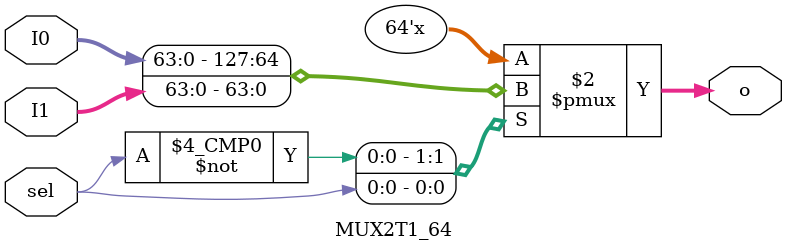
<source format=v>
`timescale 1ns / 1ps
module 	MUX2T1_64(input[63:0]I0,
						 input[63:0]I1,
						 input sel,
						 output reg [63:0]o
						 );
						 
	always @* begin
		case (sel)
			1'b0: o <= I0;
			1'b1: o <= I1;
		endcase
	end					////5Î»2Ñ¡Ò»,I0¡¢I1¶ÔÓ¦Ñ¡ÔñÍ¨µÀ0¡¢1

endmodule

</source>
